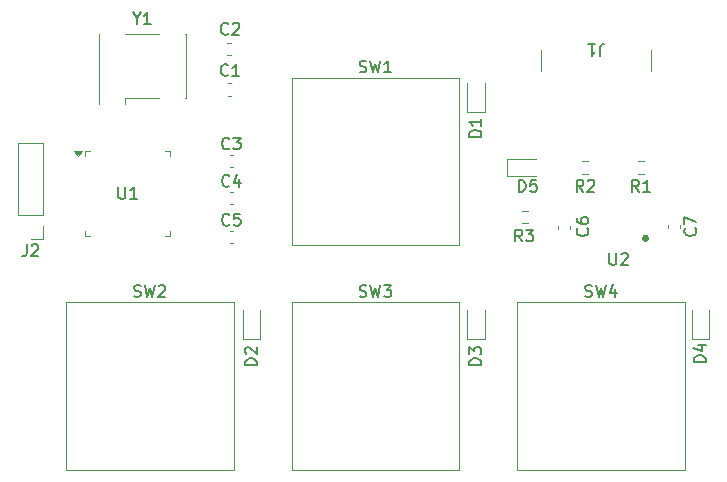
<source format=gbr>
%TF.GenerationSoftware,KiCad,Pcbnew,8.0.4-8.0.4-0~ubuntu20.04.1*%
%TF.CreationDate,2024-10-09T19:36:55+03:00*%
%TF.ProjectId,kbrd,6b627264-2e6b-4696-9361-645f70636258,rev?*%
%TF.SameCoordinates,Original*%
%TF.FileFunction,Legend,Top*%
%TF.FilePolarity,Positive*%
%FSLAX46Y46*%
G04 Gerber Fmt 4.6, Leading zero omitted, Abs format (unit mm)*
G04 Created by KiCad (PCBNEW 8.0.4-8.0.4-0~ubuntu20.04.1) date 2024-10-09 19:36:55*
%MOMM*%
%LPD*%
G01*
G04 APERTURE LIST*
%ADD10C,0.150000*%
%ADD11C,0.120000*%
%ADD12C,0.127000*%
G04 APERTURE END LIST*
D10*
X153466667Y-96707200D02*
X153609524Y-96754819D01*
X153609524Y-96754819D02*
X153847619Y-96754819D01*
X153847619Y-96754819D02*
X153942857Y-96707200D01*
X153942857Y-96707200D02*
X153990476Y-96659580D01*
X153990476Y-96659580D02*
X154038095Y-96564342D01*
X154038095Y-96564342D02*
X154038095Y-96469104D01*
X154038095Y-96469104D02*
X153990476Y-96373866D01*
X153990476Y-96373866D02*
X153942857Y-96326247D01*
X153942857Y-96326247D02*
X153847619Y-96278628D01*
X153847619Y-96278628D02*
X153657143Y-96231009D01*
X153657143Y-96231009D02*
X153561905Y-96183390D01*
X153561905Y-96183390D02*
X153514286Y-96135771D01*
X153514286Y-96135771D02*
X153466667Y-96040533D01*
X153466667Y-96040533D02*
X153466667Y-95945295D01*
X153466667Y-95945295D02*
X153514286Y-95850057D01*
X153514286Y-95850057D02*
X153561905Y-95802438D01*
X153561905Y-95802438D02*
X153657143Y-95754819D01*
X153657143Y-95754819D02*
X153895238Y-95754819D01*
X153895238Y-95754819D02*
X154038095Y-95802438D01*
X154371429Y-95754819D02*
X154609524Y-96754819D01*
X154609524Y-96754819D02*
X154800000Y-96040533D01*
X154800000Y-96040533D02*
X154990476Y-96754819D01*
X154990476Y-96754819D02*
X155228572Y-95754819D01*
X155514286Y-95754819D02*
X156133333Y-95754819D01*
X156133333Y-95754819D02*
X155800000Y-96135771D01*
X155800000Y-96135771D02*
X155942857Y-96135771D01*
X155942857Y-96135771D02*
X156038095Y-96183390D01*
X156038095Y-96183390D02*
X156085714Y-96231009D01*
X156085714Y-96231009D02*
X156133333Y-96326247D01*
X156133333Y-96326247D02*
X156133333Y-96564342D01*
X156133333Y-96564342D02*
X156085714Y-96659580D01*
X156085714Y-96659580D02*
X156038095Y-96707200D01*
X156038095Y-96707200D02*
X155942857Y-96754819D01*
X155942857Y-96754819D02*
X155657143Y-96754819D01*
X155657143Y-96754819D02*
X155561905Y-96707200D01*
X155561905Y-96707200D02*
X155514286Y-96659580D01*
X134356667Y-96707200D02*
X134499524Y-96754819D01*
X134499524Y-96754819D02*
X134737619Y-96754819D01*
X134737619Y-96754819D02*
X134832857Y-96707200D01*
X134832857Y-96707200D02*
X134880476Y-96659580D01*
X134880476Y-96659580D02*
X134928095Y-96564342D01*
X134928095Y-96564342D02*
X134928095Y-96469104D01*
X134928095Y-96469104D02*
X134880476Y-96373866D01*
X134880476Y-96373866D02*
X134832857Y-96326247D01*
X134832857Y-96326247D02*
X134737619Y-96278628D01*
X134737619Y-96278628D02*
X134547143Y-96231009D01*
X134547143Y-96231009D02*
X134451905Y-96183390D01*
X134451905Y-96183390D02*
X134404286Y-96135771D01*
X134404286Y-96135771D02*
X134356667Y-96040533D01*
X134356667Y-96040533D02*
X134356667Y-95945295D01*
X134356667Y-95945295D02*
X134404286Y-95850057D01*
X134404286Y-95850057D02*
X134451905Y-95802438D01*
X134451905Y-95802438D02*
X134547143Y-95754819D01*
X134547143Y-95754819D02*
X134785238Y-95754819D01*
X134785238Y-95754819D02*
X134928095Y-95802438D01*
X135261429Y-95754819D02*
X135499524Y-96754819D01*
X135499524Y-96754819D02*
X135690000Y-96040533D01*
X135690000Y-96040533D02*
X135880476Y-96754819D01*
X135880476Y-96754819D02*
X136118572Y-95754819D01*
X136451905Y-95850057D02*
X136499524Y-95802438D01*
X136499524Y-95802438D02*
X136594762Y-95754819D01*
X136594762Y-95754819D02*
X136832857Y-95754819D01*
X136832857Y-95754819D02*
X136928095Y-95802438D01*
X136928095Y-95802438D02*
X136975714Y-95850057D01*
X136975714Y-95850057D02*
X137023333Y-95945295D01*
X137023333Y-95945295D02*
X137023333Y-96040533D01*
X137023333Y-96040533D02*
X136975714Y-96183390D01*
X136975714Y-96183390D02*
X136404286Y-96754819D01*
X136404286Y-96754819D02*
X137023333Y-96754819D01*
X142433333Y-87329580D02*
X142385714Y-87377200D01*
X142385714Y-87377200D02*
X142242857Y-87424819D01*
X142242857Y-87424819D02*
X142147619Y-87424819D01*
X142147619Y-87424819D02*
X142004762Y-87377200D01*
X142004762Y-87377200D02*
X141909524Y-87281961D01*
X141909524Y-87281961D02*
X141861905Y-87186723D01*
X141861905Y-87186723D02*
X141814286Y-86996247D01*
X141814286Y-86996247D02*
X141814286Y-86853390D01*
X141814286Y-86853390D02*
X141861905Y-86662914D01*
X141861905Y-86662914D02*
X141909524Y-86567676D01*
X141909524Y-86567676D02*
X142004762Y-86472438D01*
X142004762Y-86472438D02*
X142147619Y-86424819D01*
X142147619Y-86424819D02*
X142242857Y-86424819D01*
X142242857Y-86424819D02*
X142385714Y-86472438D01*
X142385714Y-86472438D02*
X142433333Y-86520057D01*
X143290476Y-86758152D02*
X143290476Y-87424819D01*
X143052381Y-86377200D02*
X142814286Y-87091485D01*
X142814286Y-87091485D02*
X143433333Y-87091485D01*
X134583809Y-73178628D02*
X134583809Y-73654819D01*
X134250476Y-72654819D02*
X134583809Y-73178628D01*
X134583809Y-73178628D02*
X134917142Y-72654819D01*
X135774285Y-73654819D02*
X135202857Y-73654819D01*
X135488571Y-73654819D02*
X135488571Y-72654819D01*
X135488571Y-72654819D02*
X135393333Y-72797676D01*
X135393333Y-72797676D02*
X135298095Y-72892914D01*
X135298095Y-72892914D02*
X135202857Y-72940533D01*
X142333333Y-74459580D02*
X142285714Y-74507200D01*
X142285714Y-74507200D02*
X142142857Y-74554819D01*
X142142857Y-74554819D02*
X142047619Y-74554819D01*
X142047619Y-74554819D02*
X141904762Y-74507200D01*
X141904762Y-74507200D02*
X141809524Y-74411961D01*
X141809524Y-74411961D02*
X141761905Y-74316723D01*
X141761905Y-74316723D02*
X141714286Y-74126247D01*
X141714286Y-74126247D02*
X141714286Y-73983390D01*
X141714286Y-73983390D02*
X141761905Y-73792914D01*
X141761905Y-73792914D02*
X141809524Y-73697676D01*
X141809524Y-73697676D02*
X141904762Y-73602438D01*
X141904762Y-73602438D02*
X142047619Y-73554819D01*
X142047619Y-73554819D02*
X142142857Y-73554819D01*
X142142857Y-73554819D02*
X142285714Y-73602438D01*
X142285714Y-73602438D02*
X142333333Y-73650057D01*
X142714286Y-73650057D02*
X142761905Y-73602438D01*
X142761905Y-73602438D02*
X142857143Y-73554819D01*
X142857143Y-73554819D02*
X143095238Y-73554819D01*
X143095238Y-73554819D02*
X143190476Y-73602438D01*
X143190476Y-73602438D02*
X143238095Y-73650057D01*
X143238095Y-73650057D02*
X143285714Y-73745295D01*
X143285714Y-73745295D02*
X143285714Y-73840533D01*
X143285714Y-73840533D02*
X143238095Y-73983390D01*
X143238095Y-73983390D02*
X142666667Y-74554819D01*
X142666667Y-74554819D02*
X143285714Y-74554819D01*
X177108333Y-87854819D02*
X176775000Y-87378628D01*
X176536905Y-87854819D02*
X176536905Y-86854819D01*
X176536905Y-86854819D02*
X176917857Y-86854819D01*
X176917857Y-86854819D02*
X177013095Y-86902438D01*
X177013095Y-86902438D02*
X177060714Y-86950057D01*
X177060714Y-86950057D02*
X177108333Y-87045295D01*
X177108333Y-87045295D02*
X177108333Y-87188152D01*
X177108333Y-87188152D02*
X177060714Y-87283390D01*
X177060714Y-87283390D02*
X177013095Y-87331009D01*
X177013095Y-87331009D02*
X176917857Y-87378628D01*
X176917857Y-87378628D02*
X176536905Y-87378628D01*
X178060714Y-87854819D02*
X177489286Y-87854819D01*
X177775000Y-87854819D02*
X177775000Y-86854819D01*
X177775000Y-86854819D02*
X177679762Y-86997676D01*
X177679762Y-86997676D02*
X177584524Y-87092914D01*
X177584524Y-87092914D02*
X177489286Y-87140533D01*
X181864580Y-90954166D02*
X181912200Y-91001785D01*
X181912200Y-91001785D02*
X181959819Y-91144642D01*
X181959819Y-91144642D02*
X181959819Y-91239880D01*
X181959819Y-91239880D02*
X181912200Y-91382737D01*
X181912200Y-91382737D02*
X181816961Y-91477975D01*
X181816961Y-91477975D02*
X181721723Y-91525594D01*
X181721723Y-91525594D02*
X181531247Y-91573213D01*
X181531247Y-91573213D02*
X181388390Y-91573213D01*
X181388390Y-91573213D02*
X181197914Y-91525594D01*
X181197914Y-91525594D02*
X181102676Y-91477975D01*
X181102676Y-91477975D02*
X181007438Y-91382737D01*
X181007438Y-91382737D02*
X180959819Y-91239880D01*
X180959819Y-91239880D02*
X180959819Y-91144642D01*
X180959819Y-91144642D02*
X181007438Y-91001785D01*
X181007438Y-91001785D02*
X181055057Y-90954166D01*
X180959819Y-90620832D02*
X180959819Y-89954166D01*
X180959819Y-89954166D02*
X181959819Y-90382737D01*
X167220833Y-92054819D02*
X166887500Y-91578628D01*
X166649405Y-92054819D02*
X166649405Y-91054819D01*
X166649405Y-91054819D02*
X167030357Y-91054819D01*
X167030357Y-91054819D02*
X167125595Y-91102438D01*
X167125595Y-91102438D02*
X167173214Y-91150057D01*
X167173214Y-91150057D02*
X167220833Y-91245295D01*
X167220833Y-91245295D02*
X167220833Y-91388152D01*
X167220833Y-91388152D02*
X167173214Y-91483390D01*
X167173214Y-91483390D02*
X167125595Y-91531009D01*
X167125595Y-91531009D02*
X167030357Y-91578628D01*
X167030357Y-91578628D02*
X166649405Y-91578628D01*
X167554167Y-91054819D02*
X168173214Y-91054819D01*
X168173214Y-91054819D02*
X167839881Y-91435771D01*
X167839881Y-91435771D02*
X167982738Y-91435771D01*
X167982738Y-91435771D02*
X168077976Y-91483390D01*
X168077976Y-91483390D02*
X168125595Y-91531009D01*
X168125595Y-91531009D02*
X168173214Y-91626247D01*
X168173214Y-91626247D02*
X168173214Y-91864342D01*
X168173214Y-91864342D02*
X168125595Y-91959580D01*
X168125595Y-91959580D02*
X168077976Y-92007200D01*
X168077976Y-92007200D02*
X167982738Y-92054819D01*
X167982738Y-92054819D02*
X167697024Y-92054819D01*
X167697024Y-92054819D02*
X167601786Y-92007200D01*
X167601786Y-92007200D02*
X167554167Y-91959580D01*
X172395833Y-87854819D02*
X172062500Y-87378628D01*
X171824405Y-87854819D02*
X171824405Y-86854819D01*
X171824405Y-86854819D02*
X172205357Y-86854819D01*
X172205357Y-86854819D02*
X172300595Y-86902438D01*
X172300595Y-86902438D02*
X172348214Y-86950057D01*
X172348214Y-86950057D02*
X172395833Y-87045295D01*
X172395833Y-87045295D02*
X172395833Y-87188152D01*
X172395833Y-87188152D02*
X172348214Y-87283390D01*
X172348214Y-87283390D02*
X172300595Y-87331009D01*
X172300595Y-87331009D02*
X172205357Y-87378628D01*
X172205357Y-87378628D02*
X171824405Y-87378628D01*
X172776786Y-86950057D02*
X172824405Y-86902438D01*
X172824405Y-86902438D02*
X172919643Y-86854819D01*
X172919643Y-86854819D02*
X173157738Y-86854819D01*
X173157738Y-86854819D02*
X173252976Y-86902438D01*
X173252976Y-86902438D02*
X173300595Y-86950057D01*
X173300595Y-86950057D02*
X173348214Y-87045295D01*
X173348214Y-87045295D02*
X173348214Y-87140533D01*
X173348214Y-87140533D02*
X173300595Y-87283390D01*
X173300595Y-87283390D02*
X172729167Y-87854819D01*
X172729167Y-87854819D02*
X173348214Y-87854819D01*
X163754819Y-102538094D02*
X162754819Y-102538094D01*
X162754819Y-102538094D02*
X162754819Y-102299999D01*
X162754819Y-102299999D02*
X162802438Y-102157142D01*
X162802438Y-102157142D02*
X162897676Y-102061904D01*
X162897676Y-102061904D02*
X162992914Y-102014285D01*
X162992914Y-102014285D02*
X163183390Y-101966666D01*
X163183390Y-101966666D02*
X163326247Y-101966666D01*
X163326247Y-101966666D02*
X163516723Y-102014285D01*
X163516723Y-102014285D02*
X163611961Y-102061904D01*
X163611961Y-102061904D02*
X163707200Y-102157142D01*
X163707200Y-102157142D02*
X163754819Y-102299999D01*
X163754819Y-102299999D02*
X163754819Y-102538094D01*
X162754819Y-101633332D02*
X162754819Y-101014285D01*
X162754819Y-101014285D02*
X163135771Y-101347618D01*
X163135771Y-101347618D02*
X163135771Y-101204761D01*
X163135771Y-101204761D02*
X163183390Y-101109523D01*
X163183390Y-101109523D02*
X163231009Y-101061904D01*
X163231009Y-101061904D02*
X163326247Y-101014285D01*
X163326247Y-101014285D02*
X163564342Y-101014285D01*
X163564342Y-101014285D02*
X163659580Y-101061904D01*
X163659580Y-101061904D02*
X163707200Y-101109523D01*
X163707200Y-101109523D02*
X163754819Y-101204761D01*
X163754819Y-101204761D02*
X163754819Y-101490475D01*
X163754819Y-101490475D02*
X163707200Y-101585713D01*
X163707200Y-101585713D02*
X163659580Y-101633332D01*
X163754819Y-83213094D02*
X162754819Y-83213094D01*
X162754819Y-83213094D02*
X162754819Y-82974999D01*
X162754819Y-82974999D02*
X162802438Y-82832142D01*
X162802438Y-82832142D02*
X162897676Y-82736904D01*
X162897676Y-82736904D02*
X162992914Y-82689285D01*
X162992914Y-82689285D02*
X163183390Y-82641666D01*
X163183390Y-82641666D02*
X163326247Y-82641666D01*
X163326247Y-82641666D02*
X163516723Y-82689285D01*
X163516723Y-82689285D02*
X163611961Y-82736904D01*
X163611961Y-82736904D02*
X163707200Y-82832142D01*
X163707200Y-82832142D02*
X163754819Y-82974999D01*
X163754819Y-82974999D02*
X163754819Y-83213094D01*
X163754819Y-81689285D02*
X163754819Y-82260713D01*
X163754819Y-81974999D02*
X162754819Y-81974999D01*
X162754819Y-81974999D02*
X162897676Y-82070237D01*
X162897676Y-82070237D02*
X162992914Y-82165475D01*
X162992914Y-82165475D02*
X163040533Y-82260713D01*
X174612609Y-93054476D02*
X174612609Y-93864516D01*
X174612609Y-93864516D02*
X174660258Y-93959815D01*
X174660258Y-93959815D02*
X174707908Y-94007465D01*
X174707908Y-94007465D02*
X174803206Y-94055114D01*
X174803206Y-94055114D02*
X174993804Y-94055114D01*
X174993804Y-94055114D02*
X175089103Y-94007465D01*
X175089103Y-94007465D02*
X175136752Y-93959815D01*
X175136752Y-93959815D02*
X175184402Y-93864516D01*
X175184402Y-93864516D02*
X175184402Y-93054476D01*
X175613246Y-93149775D02*
X175660896Y-93102125D01*
X175660896Y-93102125D02*
X175756195Y-93054476D01*
X175756195Y-93054476D02*
X175994442Y-93054476D01*
X175994442Y-93054476D02*
X176089741Y-93102125D01*
X176089741Y-93102125D02*
X176137390Y-93149775D01*
X176137390Y-93149775D02*
X176185039Y-93245074D01*
X176185039Y-93245074D02*
X176185039Y-93340373D01*
X176185039Y-93340373D02*
X176137390Y-93483321D01*
X176137390Y-93483321D02*
X175565597Y-94055114D01*
X175565597Y-94055114D02*
X176185039Y-94055114D01*
X182754819Y-102288094D02*
X181754819Y-102288094D01*
X181754819Y-102288094D02*
X181754819Y-102049999D01*
X181754819Y-102049999D02*
X181802438Y-101907142D01*
X181802438Y-101907142D02*
X181897676Y-101811904D01*
X181897676Y-101811904D02*
X181992914Y-101764285D01*
X181992914Y-101764285D02*
X182183390Y-101716666D01*
X182183390Y-101716666D02*
X182326247Y-101716666D01*
X182326247Y-101716666D02*
X182516723Y-101764285D01*
X182516723Y-101764285D02*
X182611961Y-101811904D01*
X182611961Y-101811904D02*
X182707200Y-101907142D01*
X182707200Y-101907142D02*
X182754819Y-102049999D01*
X182754819Y-102049999D02*
X182754819Y-102288094D01*
X182088152Y-100859523D02*
X182754819Y-100859523D01*
X181707200Y-101097618D02*
X182421485Y-101335713D01*
X182421485Y-101335713D02*
X182421485Y-100716666D01*
X144754819Y-102538094D02*
X143754819Y-102538094D01*
X143754819Y-102538094D02*
X143754819Y-102299999D01*
X143754819Y-102299999D02*
X143802438Y-102157142D01*
X143802438Y-102157142D02*
X143897676Y-102061904D01*
X143897676Y-102061904D02*
X143992914Y-102014285D01*
X143992914Y-102014285D02*
X144183390Y-101966666D01*
X144183390Y-101966666D02*
X144326247Y-101966666D01*
X144326247Y-101966666D02*
X144516723Y-102014285D01*
X144516723Y-102014285D02*
X144611961Y-102061904D01*
X144611961Y-102061904D02*
X144707200Y-102157142D01*
X144707200Y-102157142D02*
X144754819Y-102299999D01*
X144754819Y-102299999D02*
X144754819Y-102538094D01*
X143850057Y-101585713D02*
X143802438Y-101538094D01*
X143802438Y-101538094D02*
X143754819Y-101442856D01*
X143754819Y-101442856D02*
X143754819Y-101204761D01*
X143754819Y-101204761D02*
X143802438Y-101109523D01*
X143802438Y-101109523D02*
X143850057Y-101061904D01*
X143850057Y-101061904D02*
X143945295Y-101014285D01*
X143945295Y-101014285D02*
X144040533Y-101014285D01*
X144040533Y-101014285D02*
X144183390Y-101061904D01*
X144183390Y-101061904D02*
X144754819Y-101633332D01*
X144754819Y-101633332D02*
X144754819Y-101014285D01*
X142433333Y-84172080D02*
X142385714Y-84219700D01*
X142385714Y-84219700D02*
X142242857Y-84267319D01*
X142242857Y-84267319D02*
X142147619Y-84267319D01*
X142147619Y-84267319D02*
X142004762Y-84219700D01*
X142004762Y-84219700D02*
X141909524Y-84124461D01*
X141909524Y-84124461D02*
X141861905Y-84029223D01*
X141861905Y-84029223D02*
X141814286Y-83838747D01*
X141814286Y-83838747D02*
X141814286Y-83695890D01*
X141814286Y-83695890D02*
X141861905Y-83505414D01*
X141861905Y-83505414D02*
X141909524Y-83410176D01*
X141909524Y-83410176D02*
X142004762Y-83314938D01*
X142004762Y-83314938D02*
X142147619Y-83267319D01*
X142147619Y-83267319D02*
X142242857Y-83267319D01*
X142242857Y-83267319D02*
X142385714Y-83314938D01*
X142385714Y-83314938D02*
X142433333Y-83362557D01*
X142766667Y-83267319D02*
X143385714Y-83267319D01*
X143385714Y-83267319D02*
X143052381Y-83648271D01*
X143052381Y-83648271D02*
X143195238Y-83648271D01*
X143195238Y-83648271D02*
X143290476Y-83695890D01*
X143290476Y-83695890D02*
X143338095Y-83743509D01*
X143338095Y-83743509D02*
X143385714Y-83838747D01*
X143385714Y-83838747D02*
X143385714Y-84076842D01*
X143385714Y-84076842D02*
X143338095Y-84172080D01*
X143338095Y-84172080D02*
X143290476Y-84219700D01*
X143290476Y-84219700D02*
X143195238Y-84267319D01*
X143195238Y-84267319D02*
X142909524Y-84267319D01*
X142909524Y-84267319D02*
X142814286Y-84219700D01*
X142814286Y-84219700D02*
X142766667Y-84172080D01*
X166936905Y-87854819D02*
X166936905Y-86854819D01*
X166936905Y-86854819D02*
X167175000Y-86854819D01*
X167175000Y-86854819D02*
X167317857Y-86902438D01*
X167317857Y-86902438D02*
X167413095Y-86997676D01*
X167413095Y-86997676D02*
X167460714Y-87092914D01*
X167460714Y-87092914D02*
X167508333Y-87283390D01*
X167508333Y-87283390D02*
X167508333Y-87426247D01*
X167508333Y-87426247D02*
X167460714Y-87616723D01*
X167460714Y-87616723D02*
X167413095Y-87711961D01*
X167413095Y-87711961D02*
X167317857Y-87807200D01*
X167317857Y-87807200D02*
X167175000Y-87854819D01*
X167175000Y-87854819D02*
X166936905Y-87854819D01*
X168413095Y-86854819D02*
X167936905Y-86854819D01*
X167936905Y-86854819D02*
X167889286Y-87331009D01*
X167889286Y-87331009D02*
X167936905Y-87283390D01*
X167936905Y-87283390D02*
X168032143Y-87235771D01*
X168032143Y-87235771D02*
X168270238Y-87235771D01*
X168270238Y-87235771D02*
X168365476Y-87283390D01*
X168365476Y-87283390D02*
X168413095Y-87331009D01*
X168413095Y-87331009D02*
X168460714Y-87426247D01*
X168460714Y-87426247D02*
X168460714Y-87664342D01*
X168460714Y-87664342D02*
X168413095Y-87759580D01*
X168413095Y-87759580D02*
X168365476Y-87807200D01*
X168365476Y-87807200D02*
X168270238Y-87854819D01*
X168270238Y-87854819D02*
X168032143Y-87854819D01*
X168032143Y-87854819D02*
X167936905Y-87807200D01*
X167936905Y-87807200D02*
X167889286Y-87759580D01*
X172734580Y-90966666D02*
X172782200Y-91014285D01*
X172782200Y-91014285D02*
X172829819Y-91157142D01*
X172829819Y-91157142D02*
X172829819Y-91252380D01*
X172829819Y-91252380D02*
X172782200Y-91395237D01*
X172782200Y-91395237D02*
X172686961Y-91490475D01*
X172686961Y-91490475D02*
X172591723Y-91538094D01*
X172591723Y-91538094D02*
X172401247Y-91585713D01*
X172401247Y-91585713D02*
X172258390Y-91585713D01*
X172258390Y-91585713D02*
X172067914Y-91538094D01*
X172067914Y-91538094D02*
X171972676Y-91490475D01*
X171972676Y-91490475D02*
X171877438Y-91395237D01*
X171877438Y-91395237D02*
X171829819Y-91252380D01*
X171829819Y-91252380D02*
X171829819Y-91157142D01*
X171829819Y-91157142D02*
X171877438Y-91014285D01*
X171877438Y-91014285D02*
X171925057Y-90966666D01*
X171829819Y-90109523D02*
X171829819Y-90299999D01*
X171829819Y-90299999D02*
X171877438Y-90395237D01*
X171877438Y-90395237D02*
X171925057Y-90442856D01*
X171925057Y-90442856D02*
X172067914Y-90538094D01*
X172067914Y-90538094D02*
X172258390Y-90585713D01*
X172258390Y-90585713D02*
X172639342Y-90585713D01*
X172639342Y-90585713D02*
X172734580Y-90538094D01*
X172734580Y-90538094D02*
X172782200Y-90490475D01*
X172782200Y-90490475D02*
X172829819Y-90395237D01*
X172829819Y-90395237D02*
X172829819Y-90204761D01*
X172829819Y-90204761D02*
X172782200Y-90109523D01*
X172782200Y-90109523D02*
X172734580Y-90061904D01*
X172734580Y-90061904D02*
X172639342Y-90014285D01*
X172639342Y-90014285D02*
X172401247Y-90014285D01*
X172401247Y-90014285D02*
X172306009Y-90061904D01*
X172306009Y-90061904D02*
X172258390Y-90109523D01*
X172258390Y-90109523D02*
X172210771Y-90204761D01*
X172210771Y-90204761D02*
X172210771Y-90395237D01*
X172210771Y-90395237D02*
X172258390Y-90490475D01*
X172258390Y-90490475D02*
X172306009Y-90538094D01*
X172306009Y-90538094D02*
X172401247Y-90585713D01*
X153466667Y-77707200D02*
X153609524Y-77754819D01*
X153609524Y-77754819D02*
X153847619Y-77754819D01*
X153847619Y-77754819D02*
X153942857Y-77707200D01*
X153942857Y-77707200D02*
X153990476Y-77659580D01*
X153990476Y-77659580D02*
X154038095Y-77564342D01*
X154038095Y-77564342D02*
X154038095Y-77469104D01*
X154038095Y-77469104D02*
X153990476Y-77373866D01*
X153990476Y-77373866D02*
X153942857Y-77326247D01*
X153942857Y-77326247D02*
X153847619Y-77278628D01*
X153847619Y-77278628D02*
X153657143Y-77231009D01*
X153657143Y-77231009D02*
X153561905Y-77183390D01*
X153561905Y-77183390D02*
X153514286Y-77135771D01*
X153514286Y-77135771D02*
X153466667Y-77040533D01*
X153466667Y-77040533D02*
X153466667Y-76945295D01*
X153466667Y-76945295D02*
X153514286Y-76850057D01*
X153514286Y-76850057D02*
X153561905Y-76802438D01*
X153561905Y-76802438D02*
X153657143Y-76754819D01*
X153657143Y-76754819D02*
X153895238Y-76754819D01*
X153895238Y-76754819D02*
X154038095Y-76802438D01*
X154371429Y-76754819D02*
X154609524Y-77754819D01*
X154609524Y-77754819D02*
X154800000Y-77040533D01*
X154800000Y-77040533D02*
X154990476Y-77754819D01*
X154990476Y-77754819D02*
X155228572Y-76754819D01*
X156133333Y-77754819D02*
X155561905Y-77754819D01*
X155847619Y-77754819D02*
X155847619Y-76754819D01*
X155847619Y-76754819D02*
X155752381Y-76897676D01*
X155752381Y-76897676D02*
X155657143Y-76992914D01*
X155657143Y-76992914D02*
X155561905Y-77040533D01*
X172546667Y-96707200D02*
X172689524Y-96754819D01*
X172689524Y-96754819D02*
X172927619Y-96754819D01*
X172927619Y-96754819D02*
X173022857Y-96707200D01*
X173022857Y-96707200D02*
X173070476Y-96659580D01*
X173070476Y-96659580D02*
X173118095Y-96564342D01*
X173118095Y-96564342D02*
X173118095Y-96469104D01*
X173118095Y-96469104D02*
X173070476Y-96373866D01*
X173070476Y-96373866D02*
X173022857Y-96326247D01*
X173022857Y-96326247D02*
X172927619Y-96278628D01*
X172927619Y-96278628D02*
X172737143Y-96231009D01*
X172737143Y-96231009D02*
X172641905Y-96183390D01*
X172641905Y-96183390D02*
X172594286Y-96135771D01*
X172594286Y-96135771D02*
X172546667Y-96040533D01*
X172546667Y-96040533D02*
X172546667Y-95945295D01*
X172546667Y-95945295D02*
X172594286Y-95850057D01*
X172594286Y-95850057D02*
X172641905Y-95802438D01*
X172641905Y-95802438D02*
X172737143Y-95754819D01*
X172737143Y-95754819D02*
X172975238Y-95754819D01*
X172975238Y-95754819D02*
X173118095Y-95802438D01*
X173451429Y-95754819D02*
X173689524Y-96754819D01*
X173689524Y-96754819D02*
X173880000Y-96040533D01*
X173880000Y-96040533D02*
X174070476Y-96754819D01*
X174070476Y-96754819D02*
X174308572Y-95754819D01*
X175118095Y-96088152D02*
X175118095Y-96754819D01*
X174880000Y-95707200D02*
X174641905Y-96421485D01*
X174641905Y-96421485D02*
X175260952Y-96421485D01*
X125266666Y-92314819D02*
X125266666Y-93029104D01*
X125266666Y-93029104D02*
X125219047Y-93171961D01*
X125219047Y-93171961D02*
X125123809Y-93267200D01*
X125123809Y-93267200D02*
X124980952Y-93314819D01*
X124980952Y-93314819D02*
X124885714Y-93314819D01*
X125695238Y-92410057D02*
X125742857Y-92362438D01*
X125742857Y-92362438D02*
X125838095Y-92314819D01*
X125838095Y-92314819D02*
X126076190Y-92314819D01*
X126076190Y-92314819D02*
X126171428Y-92362438D01*
X126171428Y-92362438D02*
X126219047Y-92410057D01*
X126219047Y-92410057D02*
X126266666Y-92505295D01*
X126266666Y-92505295D02*
X126266666Y-92600533D01*
X126266666Y-92600533D02*
X126219047Y-92743390D01*
X126219047Y-92743390D02*
X125647619Y-93314819D01*
X125647619Y-93314819D02*
X126266666Y-93314819D01*
X142433333Y-90629580D02*
X142385714Y-90677200D01*
X142385714Y-90677200D02*
X142242857Y-90724819D01*
X142242857Y-90724819D02*
X142147619Y-90724819D01*
X142147619Y-90724819D02*
X142004762Y-90677200D01*
X142004762Y-90677200D02*
X141909524Y-90581961D01*
X141909524Y-90581961D02*
X141861905Y-90486723D01*
X141861905Y-90486723D02*
X141814286Y-90296247D01*
X141814286Y-90296247D02*
X141814286Y-90153390D01*
X141814286Y-90153390D02*
X141861905Y-89962914D01*
X141861905Y-89962914D02*
X141909524Y-89867676D01*
X141909524Y-89867676D02*
X142004762Y-89772438D01*
X142004762Y-89772438D02*
X142147619Y-89724819D01*
X142147619Y-89724819D02*
X142242857Y-89724819D01*
X142242857Y-89724819D02*
X142385714Y-89772438D01*
X142385714Y-89772438D02*
X142433333Y-89820057D01*
X143338095Y-89724819D02*
X142861905Y-89724819D01*
X142861905Y-89724819D02*
X142814286Y-90201009D01*
X142814286Y-90201009D02*
X142861905Y-90153390D01*
X142861905Y-90153390D02*
X142957143Y-90105771D01*
X142957143Y-90105771D02*
X143195238Y-90105771D01*
X143195238Y-90105771D02*
X143290476Y-90153390D01*
X143290476Y-90153390D02*
X143338095Y-90201009D01*
X143338095Y-90201009D02*
X143385714Y-90296247D01*
X143385714Y-90296247D02*
X143385714Y-90534342D01*
X143385714Y-90534342D02*
X143338095Y-90629580D01*
X143338095Y-90629580D02*
X143290476Y-90677200D01*
X143290476Y-90677200D02*
X143195238Y-90724819D01*
X143195238Y-90724819D02*
X142957143Y-90724819D01*
X142957143Y-90724819D02*
X142861905Y-90677200D01*
X142861905Y-90677200D02*
X142814286Y-90629580D01*
X133038095Y-87454819D02*
X133038095Y-88264342D01*
X133038095Y-88264342D02*
X133085714Y-88359580D01*
X133085714Y-88359580D02*
X133133333Y-88407200D01*
X133133333Y-88407200D02*
X133228571Y-88454819D01*
X133228571Y-88454819D02*
X133419047Y-88454819D01*
X133419047Y-88454819D02*
X133514285Y-88407200D01*
X133514285Y-88407200D02*
X133561904Y-88359580D01*
X133561904Y-88359580D02*
X133609523Y-88264342D01*
X133609523Y-88264342D02*
X133609523Y-87454819D01*
X134609523Y-88454819D02*
X134038095Y-88454819D01*
X134323809Y-88454819D02*
X134323809Y-87454819D01*
X134323809Y-87454819D02*
X134228571Y-87597676D01*
X134228571Y-87597676D02*
X134133333Y-87692914D01*
X134133333Y-87692914D02*
X134038095Y-87740533D01*
X142308333Y-77959580D02*
X142260714Y-78007200D01*
X142260714Y-78007200D02*
X142117857Y-78054819D01*
X142117857Y-78054819D02*
X142022619Y-78054819D01*
X142022619Y-78054819D02*
X141879762Y-78007200D01*
X141879762Y-78007200D02*
X141784524Y-77911961D01*
X141784524Y-77911961D02*
X141736905Y-77816723D01*
X141736905Y-77816723D02*
X141689286Y-77626247D01*
X141689286Y-77626247D02*
X141689286Y-77483390D01*
X141689286Y-77483390D02*
X141736905Y-77292914D01*
X141736905Y-77292914D02*
X141784524Y-77197676D01*
X141784524Y-77197676D02*
X141879762Y-77102438D01*
X141879762Y-77102438D02*
X142022619Y-77054819D01*
X142022619Y-77054819D02*
X142117857Y-77054819D01*
X142117857Y-77054819D02*
X142260714Y-77102438D01*
X142260714Y-77102438D02*
X142308333Y-77150057D01*
X143260714Y-78054819D02*
X142689286Y-78054819D01*
X142975000Y-78054819D02*
X142975000Y-77054819D01*
X142975000Y-77054819D02*
X142879762Y-77197676D01*
X142879762Y-77197676D02*
X142784524Y-77292914D01*
X142784524Y-77292914D02*
X142689286Y-77340533D01*
X173812465Y-76333955D02*
X173812465Y-75619670D01*
X173812465Y-75619670D02*
X173860084Y-75476813D01*
X173860084Y-75476813D02*
X173955322Y-75381575D01*
X173955322Y-75381575D02*
X174098179Y-75333955D01*
X174098179Y-75333955D02*
X174193417Y-75333955D01*
X172812465Y-75333955D02*
X173383893Y-75333955D01*
X173098179Y-75333955D02*
X173098179Y-76333955D01*
X173098179Y-76333955D02*
X173193417Y-76191098D01*
X173193417Y-76191098D02*
X173288655Y-76095860D01*
X173288655Y-76095860D02*
X173383893Y-76048241D01*
D11*
%TO.C,SW3*%
X147700000Y-97200000D02*
X147700000Y-111400000D01*
X147700000Y-111400000D02*
X161900000Y-111400000D01*
X161900000Y-97200000D02*
X147700000Y-97200000D01*
X161900000Y-111400000D02*
X161900000Y-97200000D01*
%TO.C,SW2*%
X128590000Y-97200000D02*
X128590000Y-111400000D01*
X128590000Y-111400000D02*
X142790000Y-111400000D01*
X142790000Y-97200000D02*
X128590000Y-97200000D01*
X142790000Y-111400000D02*
X142790000Y-97200000D01*
%TO.C,C4*%
X142453733Y-87890000D02*
X142746267Y-87890000D01*
X142453733Y-88910000D02*
X142746267Y-88910000D01*
%TO.C,Y1*%
X131360000Y-74460000D02*
X131420000Y-74460000D01*
X131360000Y-79940000D02*
X131360000Y-74460000D01*
X131420000Y-79940000D02*
X131360000Y-79940000D01*
X131420000Y-80400000D02*
X131420000Y-79940000D01*
X133620000Y-74460000D02*
X136500000Y-74460000D01*
X133620000Y-79940000D02*
X133620000Y-80400000D01*
X136500000Y-79940000D02*
X133620000Y-79940000D01*
X138700000Y-74460000D02*
X138760000Y-74460000D01*
X138760000Y-74460000D02*
X138760000Y-79940000D01*
X138760000Y-79940000D02*
X138700000Y-79940000D01*
%TO.C,C2*%
X142253733Y-75290000D02*
X142546267Y-75290000D01*
X142253733Y-76310000D02*
X142546267Y-76310000D01*
%TO.C,R1*%
X177529724Y-85277500D02*
X177020276Y-85277500D01*
X177529724Y-86322500D02*
X177020276Y-86322500D01*
%TO.C,C7*%
X179565000Y-90641233D02*
X179565000Y-90933767D01*
X180585000Y-90641233D02*
X180585000Y-90933767D01*
%TO.C,R3*%
X167729724Y-89477500D02*
X167220276Y-89477500D01*
X167729724Y-90522500D02*
X167220276Y-90522500D01*
%TO.C,R2*%
X172817224Y-85277500D02*
X172307776Y-85277500D01*
X172817224Y-86322500D02*
X172307776Y-86322500D01*
%TO.C,D3*%
X162565000Y-97875000D02*
X162565000Y-100335000D01*
X162565000Y-100335000D02*
X164035000Y-100335000D01*
X164035000Y-100335000D02*
X164035000Y-97875000D01*
%TO.C,D1*%
X162565000Y-78675000D02*
X162565000Y-81135000D01*
X162565000Y-81135000D02*
X164035000Y-81135000D01*
X164035000Y-81135000D02*
X164035000Y-78675000D01*
D12*
%TO.C,U2*%
X177898606Y-91800000D02*
G75*
G02*
X177451394Y-91800000I-223606J0D01*
G01*
X177451394Y-91800000D02*
G75*
G02*
X177898606Y-91800000I223606J0D01*
G01*
X177816419Y-91800000D02*
G75*
G02*
X177533581Y-91800000I-141419J0D01*
G01*
X177533581Y-91800000D02*
G75*
G02*
X177816419Y-91800000I141419J0D01*
G01*
X177775000Y-91800000D02*
G75*
G02*
X177575000Y-91800000I-100000J0D01*
G01*
X177575000Y-91800000D02*
G75*
G02*
X177775000Y-91800000I100000J0D01*
G01*
X177875000Y-91800000D02*
G75*
G02*
X177675000Y-91800000I-100000J0D01*
G01*
X177675000Y-91800000D02*
G75*
G02*
X177875000Y-91800000I100000J0D01*
G01*
D11*
%TO.C,D4*%
X181565000Y-97875000D02*
X181565000Y-100335000D01*
X181565000Y-100335000D02*
X183035000Y-100335000D01*
X183035000Y-100335000D02*
X183035000Y-97875000D01*
%TO.C,D2*%
X143565000Y-97875000D02*
X143565000Y-100335000D01*
X143565000Y-100335000D02*
X145035000Y-100335000D01*
X145035000Y-100335000D02*
X145035000Y-97875000D01*
%TO.C,C3*%
X142453733Y-84732500D02*
X142746267Y-84732500D01*
X142453733Y-85752500D02*
X142746267Y-85752500D01*
%TO.C,D5*%
X165940000Y-85065000D02*
X165940000Y-86535000D01*
X165940000Y-86535000D02*
X168400000Y-86535000D01*
X168400000Y-85065000D02*
X165940000Y-85065000D01*
%TO.C,C6*%
X170265000Y-91008767D02*
X170265000Y-90716233D01*
X171285000Y-91008767D02*
X171285000Y-90716233D01*
%TO.C,SW1*%
X147700000Y-78200000D02*
X147700000Y-92400000D01*
X147700000Y-92400000D02*
X161900000Y-92400000D01*
X161900000Y-78200000D02*
X147700000Y-78200000D01*
X161900000Y-92400000D02*
X161900000Y-78200000D01*
%TO.C,SW4*%
X166780000Y-97200000D02*
X166780000Y-111400000D01*
X166780000Y-111400000D02*
X180980000Y-111400000D01*
X180980000Y-97200000D02*
X166780000Y-97200000D01*
X180980000Y-111400000D02*
X180980000Y-97200000D01*
%TO.C,J2*%
X124540000Y-89800000D02*
X124540000Y-83740000D01*
X126660000Y-83740000D02*
X124540000Y-83740000D01*
X126660000Y-89800000D02*
X124540000Y-89800000D01*
X126660000Y-89800000D02*
X126660000Y-83740000D01*
X126660000Y-90800000D02*
X126660000Y-91860000D01*
X126660000Y-91860000D02*
X125600000Y-91860000D01*
%TO.C,C5*%
X142453733Y-91190000D02*
X142746267Y-91190000D01*
X142453733Y-92210000D02*
X142746267Y-92210000D01*
%TO.C,U1*%
X130190000Y-84390000D02*
X130190000Y-84840000D01*
X130190000Y-91610000D02*
X130190000Y-91160000D01*
X130640000Y-84390000D02*
X130190000Y-84390000D01*
X130640000Y-91610000D02*
X130190000Y-91610000D01*
X136960000Y-84390000D02*
X137410000Y-84390000D01*
X136960000Y-91610000D02*
X137410000Y-91610000D01*
X137410000Y-84390000D02*
X137410000Y-84840000D01*
X137410000Y-91610000D02*
X137410000Y-91160000D01*
X129600000Y-84840000D02*
X129260000Y-84370000D01*
X129940000Y-84370000D01*
X129600000Y-84840000D01*
G36*
X129600000Y-84840000D02*
G01*
X129260000Y-84370000D01*
X129940000Y-84370000D01*
X129600000Y-84840000D01*
G37*
%TO.C,C1*%
X142291233Y-78690000D02*
X142583767Y-78690000D01*
X142291233Y-79710000D02*
X142583767Y-79710000D01*
%TO.C,J1*%
X168810000Y-75895000D02*
X168810000Y-77595000D01*
X178150000Y-75895000D02*
X178150000Y-77595000D01*
%TD*%
M02*

</source>
